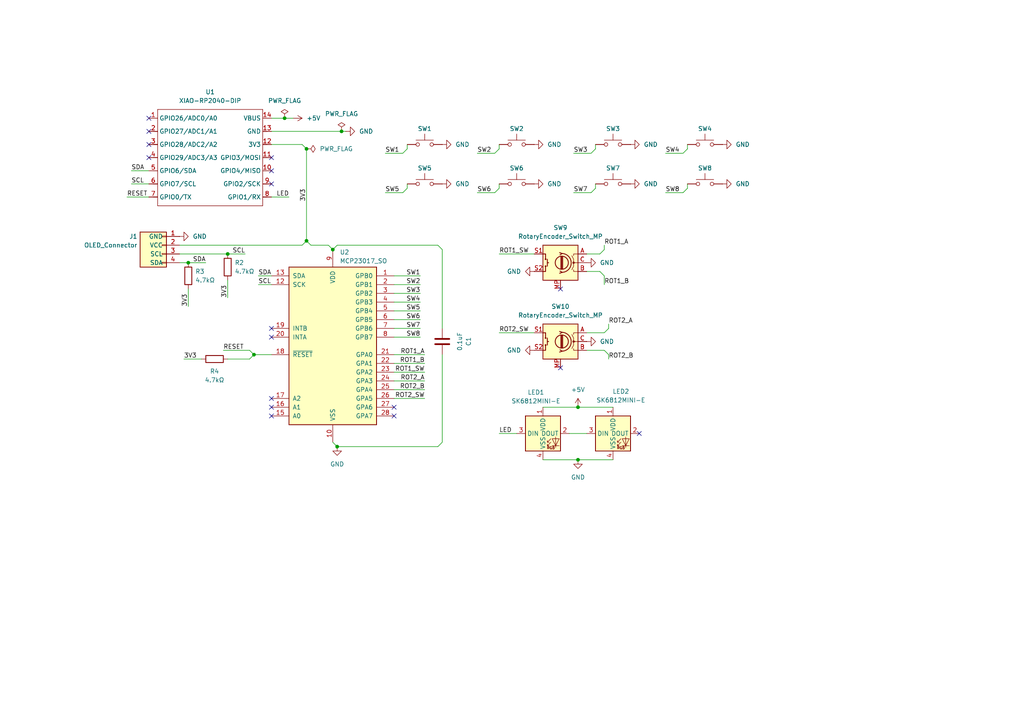
<source format=kicad_sch>
(kicad_sch (version 20250114) (generator "eeschema") (generator_version "9.0")
  (paper "A4")
  (lib_symbols
    (symbol "Connector_Generic:Conn_01x04" (pin_names (offset 1.016))
      (property "Reference" "J1" (at 7.112 2.54 0))
      (property "Value" "OLED_Connector" (at 7.112 0 0))
      (symbol "Conn_01x04_1_1"
        (rectangle (start -1.27 3.81) (end 6.35 -6.35) (stroke (width 0.254)) (fill (type background)))
        (rectangle (start -1.27 2.667) (end 0 2.413) (stroke (width 0.1524)))
        (rectangle (start -1.27 0.127) (end 0 -0.127) (stroke (width 0.1524)))
        (rectangle (start -1.27 -2.413) (end 0 -2.667) (stroke (width 0.1524)))
        (rectangle (start -1.27 -4.953) (end 0 -5.207) (stroke (width 0.1524)))
        (pin passive line (at -5.08 2.54 0) (length 3.81) (name "GND") (number "1"))
        (pin passive line (at -5.08 0 0) (length 3.81) (name "VCC") (number "2"))
        (pin bidirectional line (at -5.08 -2.54 0) (length 3.81) (name "SCL") (number "3"))
        (pin bidirectional line (at -5.08 -5.08 0) (length 3.81) (name "SDA") (number "4"))
      )
    )
    (symbol "Device:C" (pin_numbers (hide yes)) (pin_names (offset 0.254))
      (property "Reference" "C" (at 0.635 2.54 0))
      (property "Value" "C" (at 0.635 -2.54 0))
      (symbol "C_0_1"
        (polyline (pts (xy -2.032 0.762) (xy 2.032 0.762)) (stroke (width 0.508)))
        (polyline (pts (xy -2.032 -0.762) (xy 2.032 -0.762)) (stroke (width 0.508)))
      )
      (symbol "C_1_1"
        (pin passive line (at 0 3.81 270) (length 2.794) (name "~") (number "1"))
        (pin passive line (at 0 -3.81 90) (length 2.794) (name "~") (number "2"))
      )
    )
    (symbol "Device:R" (pin_numbers (hide yes)) (pin_names (offset 0))
      (property "Reference" "R" (at 2.032 0 90))
      (property "Value" "R" (at 0 0 90))
      (symbol "R_0_1"
        (rectangle (start -1.016 -2.54) (end 1.016 2.54) (stroke (width 0.254)))
      )
      (symbol "R_1_1"
        (pin passive line (at 0 3.81 270) (length 1.27) (name "~") (number "1"))
        (pin passive line (at 0 -3.81 90) (length 1.27) (name "~") (number "2"))
      )
    )
    (symbol "Device:RotaryEncoder_Switch_MP" (pin_names (offset 0.254) (hide yes))
      (property "Reference" "SW" (at 0 8.89 0))
      (property "Value" "RotaryEncoder_Switch_MP" (at 0 6.35 0))
      (symbol "RotaryEncoder_Switch_MP_0_1"
        (rectangle (start -5.08 5.08) (end 5.08 -5.08) (stroke (width 0.254)) (fill (type background)))
        (polyline (pts (xy -5.08 2.54) (xy -3.81 2.54) (xy -3.81 2.032)))
        (polyline (pts (xy -5.08 0) (xy -3.81 0) (xy -3.81 -1.016) (xy -3.302 -2.032)))
        (polyline (pts (xy -5.08 -2.54) (xy -3.81 -2.54) (xy -3.81 -2.032)))
        (polyline (pts (xy -4.318 0) (xy -3.81 0) (xy -3.81 1.016) (xy -3.302 2.032)))
        (circle (center -3.81 0) (radius 0.254) (fill (type outline)))
        (polyline (pts (xy -0.635 -1.778) (xy -0.635 1.778)) (stroke (width 0.254)))
        (circle (center -0.381 0) (radius 1.905) (stroke (width 0.254)))
        (polyline (pts (xy -0.381 -1.778) (xy -0.381 1.778)) (stroke (width 0.254)))
        (arc (start -0.381 -2.794) (mid -3.0988 -0.0635) (end -0.381 2.667) (stroke (width 0.254)))
        (polyline (pts (xy -0.127 1.778) (xy -0.127 -1.778)) (stroke (width 0.254)))
        (polyline (pts (xy 0.254 2.921) (xy -0.508 2.667) (xy 0.127 2.286)) (stroke (width 0.254)))
        (polyline (pts (xy 0.254 -3.048) (xy -0.508 -2.794) (xy 0.127 -2.413)) (stroke (width 0.254)))
        (polyline (pts (xy 3.81 1.016) (xy 3.81 -1.016)) (stroke (width 0.254)))
        (polyline (pts (xy 3.81 0) (xy 3.429 0)) (stroke (width 0.254)))
        (circle (center 4.318 1.016) (radius 0.127) (stroke (width 0.254)))
        (circle (center 4.318 -1.016) (radius 0.127) (stroke (width 0.254)))
        (polyline (pts (xy 5.08 2.54) (xy 4.318 2.54) (xy 4.318 1.016)) (stroke (width 0.254)))
        (polyline (pts (xy 5.08 -2.54) (xy 4.318 -2.54) (xy 4.318 -1.016)) (stroke (width 0.254)))
      )
      (symbol "RotaryEncoder_Switch_MP_1_1"
        (pin passive line (at -7.62 2.54 0) (length 2.54) (name "A") (number "A"))
        (pin passive line (at -7.62 0 0) (length 2.54) (name "C") (number "C"))
        (pin passive line (at -7.62 -2.54 0) (length 2.54) (name "B") (number "B"))
        (pin passive line (at 0 -7.62 90) (length 2.54) (name "MP") (number "MP"))
        (pin passive line (at 7.62 2.54 180) (length 2.54) (name "S1") (number "S1"))
        (pin passive line (at 7.62 -2.54 180) (length 2.54) (name "S2") (number "S2"))
      )
    )
    (symbol "Interface_Expansion:MCP23017_SO" (pin_names (offset 1.016))
      (property "Reference" "U" (at -11.43 24.13 0))
      (property "Value" "MCP23017_SO" (at 0 0 0))
      (symbol "MCP23017_SO_0_1"
        (rectangle (start -12.7 22.86) (end 12.7 -22.86) (stroke (width 0.254)) (fill (type background)))
      )
      (symbol "MCP23017_SO_1_1"
        (pin bidirectional line (at -17.78 20.32 0) (length 5.08) (name "SDA") (number "13"))
        (pin input line (at -17.78 17.78 0) (length 5.08) (name "SCK") (number "12"))
        (pin tri_state line (at -17.78 5.08 0) (length 5.08) (name "INTB") (number "19"))
        (pin tri_state line (at -17.78 2.54 0) (length 5.08) (name "INTA") (number "20"))
        (pin input line (at -17.78 -2.54 0) (length 5.08) (name "~{RESET}") (number "18"))
        (pin input line (at -17.78 -15.24 0) (length 5.08) (name "A2") (number "17"))
        (pin input line (at -17.78 -17.78 0) (length 5.08) (name "A1") (number "16"))
        (pin input line (at -17.78 -20.32 0) (length 5.08) (name "A0") (number "15"))
        (pin no_connect line (at -12.7 15.24 0) (length 5.08) (hide yes) (name "NC") (number "11"))
        (pin no_connect line (at -12.7 12.7 0) (length 5.08) (hide yes) (name "NC") (number "14"))
        (pin power_in line (at 0 27.94 270) (length 5.08) (name "VDD") (number "9"))
        (pin power_in line (at 0 -27.94 90) (length 5.08) (name "VSS") (number "10"))
        (pin bidirectional line (at 17.78 20.32 180) (length 5.08) (name "GPB0") (number "1"))
        (pin bidirectional line (at 17.78 17.78 180) (length 5.08) (name "GPB1") (number "2"))
        (pin bidirectional line (at 17.78 15.24 180) (length 5.08) (name "GPB2") (number "3"))
        (pin bidirectional line (at 17.78 12.7 180) (length 5.08) (name "GPB3") (number "4"))
        (pin bidirectional line (at 17.78 10.16 180) (length 5.08) (name "GPB4") (number "5"))
        (pin bidirectional line (at 17.78 7.62 180) (length 5.08) (name "GPB5") (number "6"))
        (pin bidirectional line (at 17.78 5.08 180) (length 5.08) (name "GPB6") (number "7"))
        (pin output line (at 17.78 2.54 180) (length 5.08) (name "GPB7") (number "8"))
        (pin bidirectional line (at 17.78 -2.54 180) (length 5.08) (name "GPA0") (number "21"))
        (pin bidirectional line (at 17.78 -5.08 180) (length 5.08) (name "GPA1") (number "22"))
        (pin bidirectional line (at 17.78 -7.62 180) (length 5.08) (name "GPA2") (number "23"))
        (pin bidirectional line (at 17.78 -10.16 180) (length 5.08) (name "GPA3") (number "24"))
        (pin bidirectional line (at 17.78 -12.7 180) (length 5.08) (name "GPA4") (number "25"))
        (pin bidirectional line (at 17.78 -15.24 180) (length 5.08) (name "GPA5") (number "26"))
        (pin bidirectional line (at 17.78 -17.78 180) (length 5.08) (name "GPA6") (number "27"))
        (pin output line (at 17.78 -20.32 180) (length 5.08) (name "GPA7") (number "28"))
      )
    )
    (symbol "PCM_marbastlib-various:SK6812MINI-E"
      (property "Reference" "LED" (at 2.54 6.35 0))
      (property "Value" "SK6812MINI-E" (at 7.62 -6.35 0))
      (symbol "SK6812MINI-E_0_0"
        (text "RGB" (at 2.286 -4.191 0) (effects (font (size 0.762 0.762))))
      )
      (symbol "SK6812MINI-E_0_1"
        (polyline (pts (xy 1.27 -2.54) (xy 1.778 -2.54)))
        (polyline (pts (xy 1.27 -3.556) (xy 1.778 -3.556)))
        (polyline (pts (xy 2.286 -1.524) (xy 1.27 -2.54) (xy 1.27 -2.032)))
        (polyline (pts (xy 2.286 -2.54) (xy 1.27 -3.556) (xy 1.27 -3.048)))
        (polyline (pts (xy 3.683 -1.016) (xy 3.683 -3.556) (xy 3.683 -4.064)))
        (polyline (pts (xy 4.699 -1.524) (xy 2.667 -1.524) (xy 3.683 -3.556) (xy 4.699 -1.524)))
        (polyline (pts (xy 4.699 -3.556) (xy 2.667 -3.556)))
        (rectangle (start 5.08 5.08) (end -5.08 -5.08) (stroke (width 0.254)) (fill (type background)))
      )
      (symbol "SK6812MINI-E_1_1"
        (pin input line (at -7.62 0 0) (length 2.54) (name "DIN") (number "3"))
        (pin power_in line (at 0 7.62 270) (length 2.54) (name "VDD") (number "1"))
        (pin power_in line (at 0 -7.62 90) (length 2.54) (name "VSS") (number "4"))
        (pin output line (at 7.62 0 180) (length 2.54) (name "DOUT") (number "2"))
      )
    )
    (symbol "Seeed_Studio_XIAO_Series:XIAO-RP2040-DIP"
      (property "Reference" "U" (at 0 0 0))
      (property "Value" "XIAO-RP2040-DIP" (at 5.334 -1.778 0))
      (symbol "XIAO-RP2040-DIP_1_0"
        (polyline (pts (xy -1.27 -2.54) (xy 29.21 -2.54)) (stroke (width 0.1524)))
        (polyline (pts (xy -1.27 -5.08) (xy -2.54 -5.08)) (stroke (width 0.1524)))
        (polyline (pts (xy -1.27 -5.08) (xy -1.27 -2.54)) (stroke (width 0.1524)))
        (polyline (pts (xy -1.27 -8.89) (xy -2.54 -8.89)) (stroke (width 0.1524)))
        (polyline (pts (xy -1.27 -8.89) (xy -1.27 -5.08)) (stroke (width 0.1524)))
        (polyline (pts (xy -1.27 -12.7) (xy -2.54 -12.7)) (stroke (width 0.1524)))
        (polyline (pts (xy -1.27 -12.7) (xy -1.27 -8.89)) (stroke (width 0.1524)))
        (polyline (pts (xy -1.27 -16.51) (xy -2.54 -16.51)) (stroke (width 0.1524)))
        (polyline (pts (xy -1.27 -16.51) (xy -1.27 -12.7)) (stroke (width 0.1524)))
        (polyline (pts (xy -1.27 -20.32) (xy -2.54 -20.32)) (stroke (width 0.1524)))
        (polyline (pts (xy -1.27 -24.13) (xy -2.54 -24.13)) (stroke (width 0.1524)))
        (polyline (pts (xy -1.27 -27.94) (xy -2.54 -27.94)) (stroke (width 0.1524)))
        (polyline (pts (xy -1.27 -30.48) (xy -1.27 -16.51)) (stroke (width 0.1524)))
        (polyline (pts (xy 29.21 -2.54) (xy 29.21 -5.08)) (stroke (width 0.1524)))
        (polyline (pts (xy 29.21 -5.08) (xy 29.21 -8.89)) (stroke (width 0.1524)))
        (polyline (pts (xy 29.21 -8.89) (xy 29.21 -12.7)) (stroke (width 0.1524)))
        (polyline (pts (xy 29.21 -12.7) (xy 29.21 -30.48)) (stroke (width 0.1524)))
        (polyline (pts (xy 29.21 -30.48) (xy -1.27 -30.48)) (stroke (width 0.1524)))
        (polyline (pts (xy 30.48 -5.08) (xy 29.21 -5.08)) (stroke (width 0.1524)))
        (polyline (pts (xy 30.48 -8.89) (xy 29.21 -8.89)) (stroke (width 0.1524)))
        (polyline (pts (xy 30.48 -12.7) (xy 29.21 -12.7)) (stroke (width 0.1524)))
        (polyline (pts (xy 30.48 -16.51) (xy 29.21 -16.51)) (stroke (width 0.1524)))
        (polyline (pts (xy 30.48 -20.32) (xy 29.21 -20.32)) (stroke (width 0.1524)))
        (polyline (pts (xy 30.48 -24.13) (xy 29.21 -24.13)) (stroke (width 0.1524)))
        (polyline (pts (xy 30.48 -27.94) (xy 29.21 -27.94)) (stroke (width 0.1524)))
        (pin passive line (at -3.81 -5.08 0) (length 2.54) (name "GPIO26/ADC0/A0") (number "1"))
        (pin passive line (at -3.81 -8.89 0) (length 2.54) (name "GPIO27/ADC1/A1") (number "2"))
        (pin passive line (at -3.81 -12.7 0) (length 2.54) (name "GPIO28/ADC2/A2") (number "3"))
        (pin passive line (at -3.81 -16.51 0) (length 2.54) (name "GPIO29/ADC3/A3") (number "4"))
        (pin passive line (at -3.81 -20.32 0) (length 2.54) (name "GPIO6/SDA") (number "5"))
        (pin passive line (at -3.81 -24.13 0) (length 2.54) (name "GPIO7/SCL") (number "6"))
        (pin passive line (at -3.81 -27.94 0) (length 2.54) (name "GPIO0/TX") (number "7"))
        (pin passive line (at 31.75 -5.08 180) (length 2.54) (name "VBUS") (number "14"))
        (pin passive line (at 31.75 -8.89 180) (length 2.54) (name "GND") (number "13"))
        (pin passive line (at 31.75 -12.7 180) (length 2.54) (name "3V3") (number "12"))
        (pin passive line (at 31.75 -16.51 180) (length 2.54) (name "GPIO3/MOSI") (number "11"))
        (pin passive line (at 31.75 -20.32 180) (length 2.54) (name "GPIO4/MISO") (number "10"))
        (pin passive line (at 31.75 -24.13 180) (length 2.54) (name "GPIO2/SCK") (number "9"))
        (pin passive line (at 31.75 -27.94 180) (length 2.54) (name "GPIO1/RX") (number "8"))
      )
    )
    (symbol "Switch:SW_Push" (pin_numbers (hide yes)) (pin_names (offset 1.016) (hide yes))
      (property "Reference" "SW" (at 1.27 2.54 0))
      (property "Value" "SW_Push" (at 0 -1.524 0))
      (symbol "SW_Push_0_1"
        (circle (center -2.032 0) (radius 0.508))
        (polyline (pts (xy 0 1.27) (xy 0 3.048)))
        (circle (center 2.032 0) (radius 0.508))
        (polyline (pts (xy 2.54 1.27) (xy -2.54 1.27)))
        (pin passive line (at -5.08 0 0) (length 2.54) (name "1") (number "1"))
        (pin passive line (at 5.08 0 180) (length 2.54) (name "2") (number "2"))
      )
    )
    (symbol "power:+5V" (power) (pin_numbers (hide yes)) (pin_names (offset 0) (hide yes))
      (property "Value" "+5V" (at 0 3.556 0))
      (symbol "+5V_0_1"
        (polyline (pts (xy -0.762 1.27) (xy 0 2.54)))
        (polyline (pts (xy 0 2.54) (xy 0.762 1.27)))
        (polyline (pts (xy 0 0) (xy 0 2.54)))
      )
      (symbol "+5V_1_1"
        (pin power_in line (at 0 0 90) (length 0) (name "~") (number "1"))
      )
    )
    (symbol "power:GND" (power) (pin_numbers (hide yes)) (pin_names (offset 0) (hide yes))
      (property "Value" "GND" (at 0 -3.81 0))
      (symbol "GND_0_1"
        (polyline (pts (xy 0 0) (xy 0 -1.27) (xy 1.27 -1.27) (xy 0 -2.54) (xy -1.27 -1.27) (xy 0 -1.27)))
      )
      (symbol "GND_1_1"
        (pin power_in line (at 0 0 270) (length 0) (name "~") (number "1"))
      )
    )
    (symbol "power:PWR_FLAG" (power) (pin_numbers (hide yes)) (pin_names (offset 0) (hide yes))
      (property "Value" "PWR_FLAG" (at 0 3.81 0))
      (symbol "PWR_FLAG_0_0"
        (pin power_out line (at 0 0 90) (length 0) (name "~") (number "1"))
      )
      (symbol "PWR_FLAG_0_1"
        (polyline (pts (xy 0 0) (xy 0 1.27) (xy -1.016 1.905) (xy 0 2.54) (xy 1.016 1.905) (xy 0 1.27)))
      )
    )
  )
  (junction (at 88.9 69.85))
  (junction (at 66.04 73.66))
  (junction (at 99.06 38.1))
  (junction (at 54.61 76.2))
  (junction (at 73.66 102.87))
  (junction (at 96.52 72.39))
  (junction (at 167.64 133.35))
  (junction (at 97.79 129.54))
  (junction (at 82.55 34.29))
  (junction (at 88.9 43.18))
  (junction (at 167.64 118.11))
  (no_connect (at 43.18 34.29))
  (no_connect (at 78.74 118.11))
  (no_connect (at 114.3 120.65))
  (no_connect (at 43.18 38.1))
  (no_connect (at 78.74 120.65))
  (no_connect (at 78.74 97.79))
  (no_connect (at 43.18 41.91))
  (no_connect (at 78.74 49.53))
  (no_connect (at 43.18 45.72))
  (no_connect (at 78.74 53.34))
  (no_connect (at 114.3 118.11))
  (no_connect (at 185.42 125.73))
  (no_connect (at 162.56 83.82))
  (no_connect (at 78.74 95.25))
  (no_connect (at 78.74 115.57))
  (no_connect (at 162.56 106.68))
  (no_connect (at 78.74 45.72))
  (wire (pts (xy 176.53 104.14) (xy 176.53 102.87)))
  (wire (pts (xy 144.78 54.61) (xy 143.51 55.88)))
  (wire (pts (xy 111.76 44.45) (xy 116.84 44.45)))
  (wire (pts (xy 128.27 72.39) (xy 128.27 95.25)))
  (wire (pts (xy 175.26 82.55) (xy 175.26 80.01)))
  (wire (pts (xy 118.11 43.18) (xy 116.84 44.45)))
  (wire (pts (xy 78.74 57.15) (xy 83.82 57.15)))
  (wire (pts (xy 175.26 80.01) (xy 173.99 78.74)))
  (wire (pts (xy 118.11 54.61) (xy 116.84 55.88)))
  (wire (pts (xy 38.1 53.34) (xy 43.18 53.34)))
  (wire (pts (xy 157.48 118.11) (xy 167.64 118.11)))
  (wire (pts (xy 167.64 118.11) (xy 177.8 118.11)))
  (wire (pts (xy 170.18 101.6) (xy 175.26 101.6)))
  (wire (pts (xy 97.79 129.54) (xy 127 129.54)))
  (wire (pts (xy 90.17 71.12) (xy 95.25 71.12)))
  (wire (pts (xy 36.83 57.15) (xy 43.18 57.15)))
  (wire (pts (xy 144.78 53.34) (xy 144.78 54.61)))
  (wire (pts (xy 114.3 92.71) (xy 121.92 92.71)))
  (wire (pts (xy 114.3 87.63) (xy 121.92 87.63)))
  (wire (pts (xy 54.61 76.2) (xy 59.69 76.2)))
  (wire (pts (xy 176.53 93.98) (xy 176.53 95.25)))
  (wire (pts (xy 90.17 71.12) (xy 88.9 69.85)))
  (wire (pts (xy 138.43 44.45) (xy 143.51 44.45)))
  (wire (pts (xy 114.3 82.55) (xy 121.92 82.55)))
  (wire (pts (xy 118.11 41.91) (xy 118.11 43.18)))
  (wire (pts (xy 66.04 104.14) (xy 72.39 104.14)))
  (wire (pts (xy 82.55 34.29) (xy 78.74 34.29)))
  (wire (pts (xy 199.39 41.91) (xy 199.39 43.18)))
  (wire (pts (xy 96.52 128.27) (xy 97.79 129.54)))
  (wire (pts (xy 52.07 73.66) (xy 66.04 73.66)))
  (wire (pts (xy 114.3 110.49) (xy 123.19 110.49)))
  (wire (pts (xy 175.26 96.52) (xy 176.53 95.25)))
  (wire (pts (xy 170.18 73.66) (xy 173.99 73.66)))
  (wire (pts (xy 114.3 85.09) (xy 121.92 85.09)))
  (wire (pts (xy 52.07 76.2) (xy 54.61 76.2)))
  (wire (pts (xy 118.11 53.34) (xy 118.11 54.61)))
  (wire (pts (xy 199.39 53.34) (xy 199.39 54.61)))
  (wire (pts (xy 114.3 113.03) (xy 123.19 113.03)))
  (wire (pts (xy 144.78 43.18) (xy 143.51 44.45)))
  (wire (pts (xy 97.79 71.12) (xy 127 71.12)))
  (wire (pts (xy 73.66 102.87) (xy 78.74 102.87)))
  (wire (pts (xy 170.18 96.52) (xy 175.26 96.52)))
  (wire (pts (xy 78.74 41.91) (xy 87.63 41.91)))
  (wire (pts (xy 172.72 41.91) (xy 172.72 43.18)))
  (wire (pts (xy 38.1 49.53) (xy 43.18 49.53)))
  (wire (pts (xy 114.3 102.87) (xy 123.19 102.87)))
  (wire (pts (xy 66.04 73.66) (xy 71.12 73.66)))
  (wire (pts (xy 74.93 80.01) (xy 78.74 80.01)))
  (wire (pts (xy 52.07 71.12) (xy 87.63 71.12)))
  (wire (pts (xy 88.9 43.18) (xy 88.9 69.85)))
  (wire (pts (xy 111.76 55.88) (xy 116.84 55.88)))
  (wire (pts (xy 138.43 55.88) (xy 143.51 55.88)))
  (wire (pts (xy 114.3 80.01) (xy 121.92 80.01)))
  (wire (pts (xy 73.66 102.87) (xy 72.39 104.14)))
  (wire (pts (xy 157.48 133.35) (xy 167.64 133.35)))
  (wire (pts (xy 165.1 125.73) (xy 170.18 125.73)))
  (wire (pts (xy 127 129.54) (xy 128.27 128.27)))
  (wire (pts (xy 193.04 55.88) (xy 198.12 55.88)))
  (wire (pts (xy 53.34 104.14) (xy 58.42 104.14)))
  (wire (pts (xy 167.64 133.35) (xy 177.8 133.35)))
  (wire (pts (xy 144.78 96.52) (xy 154.94 96.52)))
  (wire (pts (xy 66.04 81.28) (xy 66.04 86.36)))
  (wire (pts (xy 100.33 38.1) (xy 99.06 38.1)))
  (wire (pts (xy 173.99 73.66) (xy 175.26 72.39)))
  (wire (pts (xy 193.04 44.45) (xy 198.12 44.45)))
  (wire (pts (xy 127 71.12) (xy 128.27 72.39)))
  (wire (pts (xy 64.77 101.6) (xy 72.39 101.6)))
  (wire (pts (xy 144.78 125.73) (xy 149.86 125.73)))
  (wire (pts (xy 87.63 41.91) (xy 88.9 43.18)))
  (wire (pts (xy 96.52 72.39) (xy 97.79 71.12)))
  (wire (pts (xy 144.78 41.91) (xy 144.78 43.18)))
  (wire (pts (xy 85.09 34.29) (xy 82.55 34.29)))
  (wire (pts (xy 114.3 90.17) (xy 121.92 90.17)))
  (wire (pts (xy 175.26 71.12) (xy 175.26 72.39)))
  (wire (pts (xy 166.37 55.88) (xy 171.45 55.88)))
  (wire (pts (xy 72.39 101.6) (xy 73.66 102.87)))
  (wire (pts (xy 170.18 78.74) (xy 173.99 78.74)))
  (wire (pts (xy 166.37 44.45) (xy 171.45 44.45)))
  (wire (pts (xy 144.78 73.66) (xy 154.94 73.66)))
  (wire (pts (xy 87.63 71.12) (xy 88.9 69.85)))
  (wire (pts (xy 172.72 53.34) (xy 172.72 54.61)))
  (wire (pts (xy 199.39 43.18) (xy 198.12 44.45)))
  (wire (pts (xy 99.06 38.1) (xy 78.74 38.1)))
  (wire (pts (xy 74.93 82.55) (xy 78.74 82.55)))
  (wire (pts (xy 172.72 54.61) (xy 171.45 55.88)))
  (wire (pts (xy 95.25 71.12) (xy 96.52 72.39)))
  (wire (pts (xy 114.3 95.25) (xy 121.92 95.25)))
  (wire (pts (xy 128.27 102.87) (xy 128.27 128.27)))
  (wire (pts (xy 114.3 105.41) (xy 123.19 105.41)))
  (wire (pts (xy 114.3 97.79) (xy 121.92 97.79)))
  (wire (pts (xy 176.53 102.87) (xy 175.26 101.6)))
  (wire (pts (xy 199.39 54.61) (xy 198.12 55.88)))
  (wire (pts (xy 54.61 83.82) (xy 54.61 88.9)))
  (wire (pts (xy 114.3 107.95) (xy 123.19 107.95)))
  (wire (pts (xy 172.72 43.18) (xy 171.45 44.45)))
  (wire (pts (xy 114.3 115.57) (xy 123.19 115.57)))
  (label "ROT1_SW" (at 144.78 73.66 0))
  (label "ROT2_SW" (at 144.78 96.52 0))
  (label "ROT2_B" (at 123.19 113.03 180))
  (label "SW7" (at 166.37 55.88 0))
  (label "SW5" (at 111.76 55.88 0))
  (label "SW1" (at 121.92 80.01 180))
  (label "SW3" (at 166.37 44.45 0))
  (label "SW6" (at 138.43 55.88 0))
  (label "SCL" (at 38.1 53.34 0))
  (label "ROT1_B" (at 123.19 105.41 180))
  (label "SW2" (at 121.92 82.55 180))
  (label "3V3" (at 66.04 86.36 90))
  (label "ROT2_A" (at 123.19 110.49 180))
  (label "SCL" (at 71.12 73.66 180))
  (label "RESET" (at 64.77 101.6 0))
  (label "ROT1_SW" (at 123.19 107.95 180))
  (label "SDA" (at 59.69 76.2 180))
  (label "SDA" (at 74.93 80.01 0))
  (label "SW7" (at 121.92 95.25 180))
  (label "SW1" (at 111.76 44.45 0))
  (label "ROT2_B" (at 176.53 104.14 0) (property "Netclass" "Default" (effects (hide yes))))
  (label "SW6" (at 121.92 92.71 180))
  (label "3V3" (at 54.61 88.9 90))
  (label "ROT1_B" (at 175.26 82.55 0) (property "Netclass" "Default" (effects (hide yes))))
  (label "SW5" (at 121.92 90.17 180))
  (label "RESET" (at 36.83 57.15 0))
  (label "SW8" (at 121.92 97.79 180))
  (label "SW4" (at 193.04 44.45 0))
  (label "SCL" (at 74.93 82.55 0))
  (label "LED" (at 83.82 57.15 180))
  (label "ROT2_SW" (at 123.19 115.57 180))
  (label "ROT1_A" (at 175.26 71.12 0))
  (label "SDA" (at 38.1 49.53 0))
  (label "ROT2_A" (at 176.53 93.98 0))
  (label "3V3" (at 88.9 58.42 90))
  (label "SW8" (at 193.04 55.88 0))
  (label "SW3" (at 121.92 85.09 180))
  (label "ROT1_A" (at 123.19 102.87 180))
  (label "SW2" (at 138.43 44.45 0))
  (label "SW4" (at 121.92 87.63 180))
  (label "3V3" (at 53.34 104.14 0))
  (label "LED" (at 144.78 125.73 0))
  (symbol (lib_id "power:GND") (at 154.94 53.34 90) (mirror x) (unit 1)
    (property "Reference" "#PWR014" (effects (hide yes)))
    (property "Value" "GND" (at 158.75 53.3399 90) (effects (justify right)))
    (property "Description" "Power symbol creates a global label with name \"GND\" , ground" (effects (hide yes)))
  )
  (symbol (lib_id "power:GND") (at 52.07 68.58 90) (mirror x) (unit 1)
    (property "Reference" "#PWR020" (effects (hide yes)))
    (property "Value" "GND" (at 55.88 68.5799 90) (effects (justify right)))
    (property "Description" "Power symbol creates a global label with name \"GND\" , ground" (effects (hide yes)))
  )
  (symbol (lib_id "power:PWR_FLAG") (at 99.06 38.1 0) (unit 1)
    (property "Reference" "#FLG03" (effects (hide yes)))
    (property "Value" "PWR_FLAG" (at 99.06 33.02 0))
    (property "Description" "Special symbol for telling ERC where power comes from" (effects (hide yes)))
  )
  (symbol (lib_id "Device:R") (at 62.23 104.14 90) (mirror x) (unit 1)
    (property "Reference" "R4" (at 62.23 107.696 90))
    (property "Value" "4.7kΩ" (at 62.23 110.236 90))
    (property "Footprint" "Resistor_SMD:R_0603_1608Metric_Pad0.98x0.95mm_HandSolder" (effects (hide yes)))
    (property "Description" "Resistor" (effects (hide yes)))
  )
  (symbol (lib_id "power:PWR_FLAG") (at 82.55 34.29 0) (unit 1)
    (property "Reference" "#FLG02" (effects (hide yes)))
    (property "Value" "PWR_FLAG" (at 82.55 29.21 0))
    (property "Description" "Special symbol for telling ERC where power comes from" (effects (hide yes)))
  )
  (symbol (lib_id "power:+5V") (at 167.64 118.11 0) (unit 1)
    (property "Reference" "#PWR07" (effects (hide yes)))
    (property "Value" "+5V" (at 167.64 113.03 0))
    (property "Description" "Power symbol creates a global label with name \"+5V\"" (effects (hide yes)))
  )
  (symbol (lib_id "power:GND") (at 128.27 53.34 90) (mirror x) (unit 1)
    (property "Reference" "#PWR015" (effects (hide yes)))
    (property "Value" "GND" (at 132.08 53.3399 90) (effects (justify right)))
    (property "Description" "Power symbol creates a global label with name \"GND\" , ground" (effects (hide yes)))
  )
  (symbol (lib_id "Switch:SW_Push") (at 123.19 41.91 0) (unit 1)
    (property "Reference" "SW1" (at 123.19 37.338 0))
    (property "Value" "SW_Push" (effects (hide yes)))
    (property "Footprint" "Button_Switch_Keyboard:SW_Cherry_MX_1.00u_PCB" (effects (hide yes)))
    (property "Description" "Push button switch, generic, two pins" (effects (hide yes)))
  )
  (symbol (lib_id "Switch:SW_Push") (at 149.86 53.34 0) (unit 1)
    (property "Reference" "SW6" (at 149.86 48.768 0))
    (property "Value" "SW_Push" (effects (hide yes)))
    (property "Footprint" "Button_Switch_Keyboard:SW_Cherry_MX_1.00u_PCB" (effects (hide yes)))
    (property "Description" "Push button switch, generic, two pins" (effects (hide yes)))
  )
  (symbol (lib_id "power:GND") (at 154.94 41.91 90) (mirror x) (unit 1)
    (property "Reference" "#PWR09" (effects (hide yes)))
    (property "Value" "GND" (at 158.75 41.9099 90) (effects (justify right)))
    (property "Description" "Power symbol creates a global label with name \"GND\" , ground" (effects (hide yes)))
  )
  (symbol (lib_id "Device:R") (at 66.04 77.47 0) (unit 1)
    (property "Reference" "R2" (at 68.072 76.2 0) (effects (justify left)))
    (property "Value" "4.7kΩ" (at 68.072 78.74 0) (effects (justify left)))
    (property "Footprint" "Resistor_SMD:R_0603_1608Metric_Pad0.98x0.95mm_HandSolder" (effects (hide yes)))
    (property "Description" "Resistor" (effects (hide yes)))
  )
  (symbol (lib_id "power:GND") (at 170.18 76.2 90) (unit 1)
    (property "Reference" "#PWR05" (effects (hide yes)))
    (property "Value" "GND" (at 173.99 76.1999 90) (effects (justify right)))
    (property "Description" "Power symbol creates a global label with name \"GND\" , ground" (effects (hide yes)))
  )
  (symbol (lib_id "Switch:SW_Push") (at 204.47 41.91 0) (unit 1)
    (property "Reference" "SW4" (at 204.47 37.338 0))
    (property "Value" "SW_Push" (effects (hide yes)))
    (property "Footprint" "Button_Switch_Keyboard:SW_Cherry_MX_1.00u_PCB" (effects (hide yes)))
    (property "Description" "Push button switch, generic, two pins" (effects (hide yes)))
  )
  (symbol (lib_id "Device:R") (at 54.61 80.01 0) (unit 1)
    (property "Reference" "R3" (at 56.642 78.74 0) (effects (justify left)))
    (property "Value" "4.7kΩ" (at 56.642 81.28 0) (effects (justify left)))
    (property "Footprint" "Resistor_SMD:R_0603_1608Metric_Pad0.98x0.95mm_HandSolder" (effects (hide yes)))
    (property "Description" "Resistor" (effects (hide yes)))
  )
  (symbol (lib_id "power:GND") (at 154.94 78.74 270) (unit 1)
    (property "Reference" "#PWR017" (effects (hide yes)))
    (property "Value" "GND" (at 151.13 78.7399 90) (effects (justify right)))
    (property "Description" "Power symbol creates a global label with name \"GND\" , ground" (effects (hide yes)))
  )
  (symbol (lib_id "Device:RotaryEncoder_Switch_MP") (at 162.56 99.06 0) (mirror y) (unit 1)
    (property "Reference" "SW10" (at 162.56 88.9 0))
    (property "Value" "RotaryEncoder_Switch_MP" (at 162.56 91.44 0))
    (property "Footprint" "Rotary_Encoder:RotaryEncoder_Alps_EC11E-Switch_Vertical_H20mm_CircularMountingHoles" (effects (hide yes)))
    (property "Description" "Rotary encoder, dual channel, incremental quadrate outputs, with switch and MP Pin" (effects (hide yes)))
  )
  (symbol (lib_id "PCM_marbastlib-various:SK6812MINI-E") (at 157.48 125.73 0) (unit 1)
    (property "Reference" "LED1" (at 155.448 113.792 0))
    (property "Value" "SK6812MINI-E" (at 155.448 116.332 0))
    (property "Footprint" "PCM_marbastlib-various:LED_6028R" (effects (hide yes)))
    (property "Description" "Reverse mount adressable LED (WS2812 protocol)" (effects (hide yes)))
  )
  (symbol (lib_id "power:GND") (at 100.33 38.1 90) (unit 1)
    (property "Reference" "#PWR01" (effects (hide yes)))
    (property "Value" "GND" (at 104.14 38.0999 90) (effects (justify right)))
    (property "Description" "Power symbol creates a global label with name \"GND\" , ground" (effects (hide yes)))
  )
  (symbol (lib_id "Switch:SW_Push") (at 177.8 53.34 0) (unit 1)
    (property "Reference" "SW7" (at 177.8 48.768 0))
    (property "Value" "SW_Push" (effects (hide yes)))
    (property "Footprint" "Button_Switch_Keyboard:SW_Cherry_MX_1.00u_PCB" (effects (hide yes)))
    (property "Description" "Push button switch, generic, two pins" (effects (hide yes)))
  )
  (symbol (lib_id "power:GND") (at 209.55 53.34 90) (mirror x) (unit 1)
    (property "Reference" "#PWR012" (effects (hide yes)))
    (property "Value" "GND" (at 213.36 53.3399 90) (effects (justify right)))
    (property "Description" "Power symbol creates a global label with name \"GND\" , ground" (effects (hide yes)))
  )
  (symbol (lib_id "power:GND") (at 209.55 41.91 90) (mirror x) (unit 1)
    (property "Reference" "#PWR011" (effects (hide yes)))
    (property "Value" "GND" (at 213.36 41.9099 90) (effects (justify right)))
    (property "Description" "Power symbol creates a global label with name \"GND\" , ground" (effects (hide yes)))
  )
  (symbol (lib_id "power:GND") (at 167.64 133.35 0) (unit 1)
    (property "Reference" "#PWR04" (effects (hide yes)))
    (property "Value" "GND" (at 167.64 138.43 0))
    (property "Description" "Power symbol creates a global label with name \"GND\" , ground" (effects (hide yes)))
  )
  (symbol (lib_id "power:+5V") (at 85.09 34.29 270) (unit 1)
    (property "Reference" "#PWR02" (effects (hide yes)))
    (property "Value" "+5V" (at 88.9 34.2899 90) (effects (justify left)))
    (property "Description" "Power symbol creates a global label with name \"+5V\"" (effects (hide yes)))
  )
  (symbol (lib_id "Connector_Generic:Conn_01x04") (at 46.99 71.12 0) (mirror y) (unit 1)
    (property "Reference" "J1" (at 39.878 68.58 0) (effects (justify left)))
    (property "Value" "OLED_Connector" (at 39.878 71.12 0) (effects (justify left)))
    (property "Footprint" "SSD1306-0.91-OLED-4pin-128x32:SSD1306-0.91-OLED-4pin-128x32" (effects (hide yes)))
    (property "Description" "Generic connector, single row, 01x04, script generated (kicad-library-utils/schlib/autogen/connector/)" (effects (hide yes)))
  )
  (symbol (lib_id "power:GND") (at 182.88 41.91 90) (mirror x) (unit 1)
    (property "Reference" "#PWR010" (effects (hide yes)))
    (property "Value" "GND" (at 186.69 41.9099 90) (effects (justify right)))
    (property "Description" "Power symbol creates a global label with name \"GND\" , ground" (effects (hide yes)))
  )
  (symbol (lib_id "Device:C") (at 128.27 99.06 0) (unit 1)
    (property "Reference" "C1" (at 135.89 99.06 90))
    (property "Value" "0.1uF" (at 133.35 99.06 90))
    (property "Footprint" "Capacitor_SMD:C_0603_1608Metric_Pad1.08x0.95mm_HandSolder" (effects (hide yes)))
    (property "Description" "Unpolarized capacitor" (effects (hide yes)))
  )
  (symbol (lib_id "Switch:SW_Push") (at 149.86 41.91 0) (unit 1)
    (property "Reference" "SW2" (at 149.86 37.338 0))
    (property "Value" "SW_Push" (effects (hide yes)))
    (property "Footprint" "Button_Switch_Keyboard:SW_Cherry_MX_1.00u_PCB" (effects (hide yes)))
    (property "Description" "Push button switch, generic, two pins" (effects (hide yes)))
  )
  (symbol (lib_id "power:GND") (at 170.18 99.06 90) (unit 1)
    (property "Reference" "#PWR06" (effects (hide yes)))
    (property "Value" "GND" (at 173.99 99.0599 90) (effects (justify right)))
    (property "Description" "Power symbol creates a global label with name \"GND\" , ground" (effects (hide yes)))
  )
  (symbol (lib_id "Switch:SW_Push") (at 204.47 53.34 0) (unit 1)
    (property "Reference" "SW8" (at 204.47 48.768 0))
    (property "Value" "SW_Push" (effects (hide yes)))
    (property "Footprint" "Button_Switch_Keyboard:SW_Cherry_MX_1.00u_PCB" (effects (hide yes)))
    (property "Description" "Push button switch, generic, two pins" (effects (hide yes)))
  )
  (symbol (lib_id "power:GND") (at 182.88 53.34 90) (mirror x) (unit 1)
    (property "Reference" "#PWR013" (effects (hide yes)))
    (property "Value" "GND" (at 186.69 53.3399 90) (effects (justify right)))
    (property "Description" "Power symbol creates a global label with name \"GND\" , ground" (effects (hide yes)))
  )
  (symbol (lib_id "power:GND") (at 97.79 129.54 0) (unit 1)
    (property "Reference" "#PWR03" (effects (hide yes)))
    (property "Value" "GND" (at 97.79 134.62 0))
    (property "Description" "Power symbol creates a global label with name \"GND\" , ground" (effects (hide yes)))
  )
  (symbol (lib_id "power:PWR_FLAG") (at 88.9 43.18 270) (unit 1)
    (property "Reference" "#FLG01" (effects (hide yes)))
    (property "Value" "PWR_FLAG" (at 92.71 43.1799 90) (effects (justify left)))
    (property "Description" "Special symbol for telling ERC where power comes from" (effects (hide yes)))
  )
  (symbol (lib_id "Switch:SW_Push") (at 123.19 53.34 0) (unit 1)
    (property "Reference" "SW5" (at 123.19 48.768 0))
    (property "Value" "SW_Push" (effects (hide yes)))
    (property "Footprint" "Button_Switch_Keyboard:SW_Cherry_MX_1.00u_PCB" (effects (hide yes)))
    (property "Description" "Push button switch, generic, two pins" (effects (hide yes)))
  )
  (symbol (lib_id "power:GND") (at 128.27 41.91 90) (mirror x) (unit 1)
    (property "Reference" "#PWR08" (effects (hide yes)))
    (property "Value" "GND" (at 132.08 41.9099 90) (effects (justify right)))
    (property "Description" "Power symbol creates a global label with name \"GND\" , ground" (effects (hide yes)))
  )
  (symbol (lib_id "Interface_Expansion:MCP23017_SO") (at 96.52 100.33 0) (unit 1)
    (property "Reference" "U2" (at 98.552 73.152 0) (effects (justify left)))
    (property "Value" "MCP23017_SO" (at 98.552 75.692 0) (effects (justify left)))
    (property "Footprint" "Package_SO:SOIC-28W_7.5x17.9mm_P1.27mm" (effects (hide yes)))
    (property "Datasheet" "https://ww1.microchip.com/downloads/aemDocuments/documents/APID/ProductDocuments/DataSheets/MCP23017-Data-Sheet-DS20001952.pdf" (effects (hide yes)))
    (property "Description" "16-bit I/O expander, I2C, interrupts, w pull-ups, GPA/B7 output only (https://microchip.my.site.com/s/article/GPA7---GPB7-Cannot-Be-Used-as-Inputs-In-MCP23017),  SOIC-28" (effects (hide yes)))
  )
  (symbol (lib_id "Switch:SW_Push") (at 177.8 41.91 0) (unit 1)
    (property "Reference" "SW3" (at 177.8 37.338 0))
    (property "Value" "SW_Push" (effects (hide yes)))
    (property "Footprint" "Button_Switch_Keyboard:SW_Cherry_MX_1.00u_PCB" (effects (hide yes)))
    (property "Description" "Push button switch, generic, two pins" (effects (hide yes)))
  )
  (symbol (lib_id "PCM_marbastlib-various:SK6812MINI-E") (at 177.8 125.73 0) (unit 1)
    (property "Reference" "LED2" (at 180.086 113.538 0))
    (property "Value" "SK6812MINI-E" (at 180.086 116.078 0))
    (property "Footprint" "PCM_marbastlib-various:LED_6028R" (effects (hide yes)))
    (property "Description" "Reverse mount adressable LED (WS2812 protocol)" (effects (hide yes)))
  )
  (symbol (lib_id "Seeed_Studio_XIAO_Series:XIAO-RP2040-DIP") (at 46.99 29.21 0) (unit 1)
    (property "Reference" "U1" (at 60.96 26.67 0))
    (property "Value" "XIAO-RP2040-DIP" (at 60.96 29.21 0))
    (property "Footprint" "XIAO_PCB:XIAO-RP2040-DIP" (effects (hide yes)))
  )
  (symbol (lib_id "Device:RotaryEncoder_Switch_MP") (at 162.56 76.2 0) (mirror y) (unit 1)
    (property "Reference" "SW9" (at 162.56 66.04 0))
    (property "Value" "RotaryEncoder_Switch_MP" (at 162.56 68.58 0))
    (property "Footprint" "Rotary_Encoder:RotaryEncoder_Alps_EC11E-Switch_Vertical_H20mm_CircularMountingHoles" (effects (hide yes)))
    (property "Description" "Rotary encoder, dual channel, incremental quadrate outputs, with switch and MP Pin" (effects (hide yes)))
  )
  (symbol (lib_id "power:GND") (at 154.94 101.6 270) (unit 1)
    (property "Reference" "#PWR018" (effects (hide yes)))
    (property "Value" "GND" (at 151.13 101.5999 90) (effects (justify right)))
    (property "Description" "Power symbol creates a global label with name \"GND\" , ground" (effects (hide yes)))
  )
)
</source>
